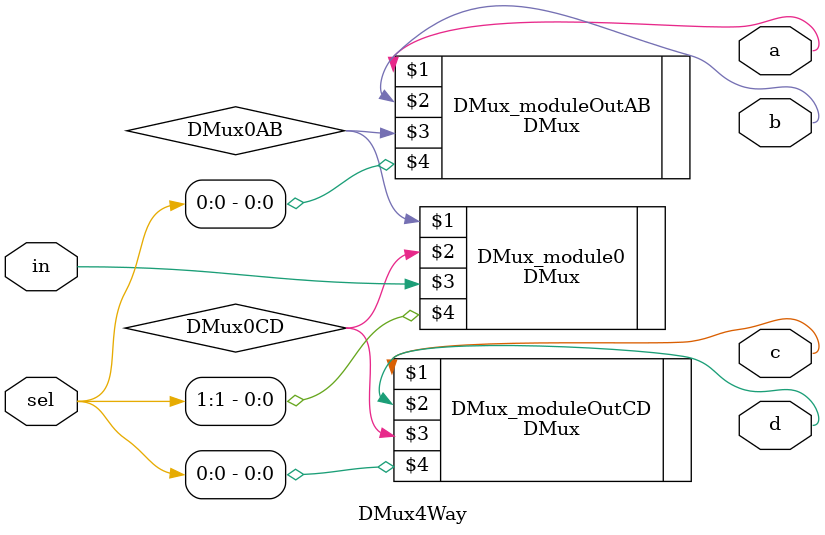
<source format=v>
/* módulo DMux4Way */

`include "DMux.v"

`ifndef _DMux4WAY_
`define _DMux4WAY_

module DMux4Way(a , b , c, d, in, sel);
    input in;
    input [1:0] sel;
    wire DMux0AB, DMux0CD;
    output a, b, c, d;

    DMux DMux_module0(DMux0AB, DMux0CD, in, sel[1]);
    DMux DMux_moduleOutAB(a, b, DMux0AB, sel[0]);
    DMux DMux_moduleOutCD(c, d, DMux0CD, sel[0]);
endmodule

`endif
</source>
